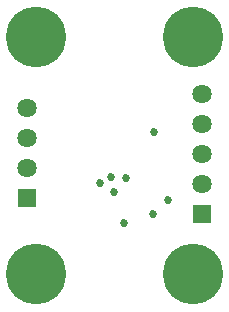
<source format=gbs>
G04*
G04 #@! TF.GenerationSoftware,Altium Limited,Altium Designer,20.1.12 (249)*
G04*
G04 Layer_Color=16711935*
%FSLAX25Y25*%
%MOIN*%
G70*
G04*
G04 #@! TF.SameCoordinates,99628C8E-7468-4988-8CC2-48D13434FF55*
G04*
G04*
G04 #@! TF.FilePolarity,Negative*
G04*
G01*
G75*
%ADD25C,0.20185*%
%ADD26C,0.06406*%
%ADD27R,0.06406X0.06406*%
%ADD28C,0.02700*%
D25*
X10000Y10000D02*
D03*
Y89000D02*
D03*
X62500D02*
D03*
Y10000D02*
D03*
D26*
X65500Y70000D02*
D03*
Y60000D02*
D03*
Y50000D02*
D03*
Y40000D02*
D03*
X7000Y65500D02*
D03*
Y55500D02*
D03*
Y45500D02*
D03*
D27*
X65500Y30000D02*
D03*
X7000Y35500D02*
D03*
D28*
X40133Y42229D02*
D03*
X35000Y42500D02*
D03*
X49500Y57500D02*
D03*
X49000Y30000D02*
D03*
X31500Y40500D02*
D03*
X36000Y37500D02*
D03*
X39352Y27214D02*
D03*
X54000Y34921D02*
D03*
M02*

</source>
